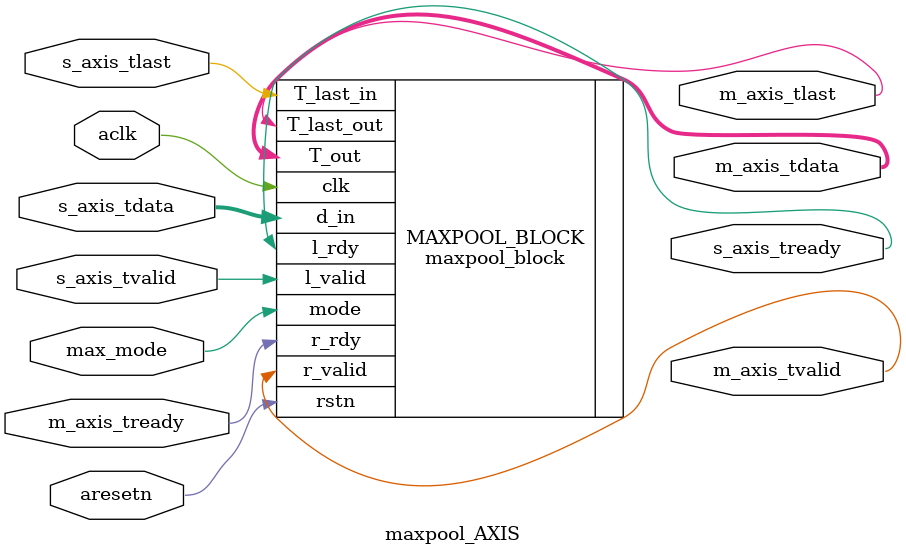
<source format=v>
`timescale 1ns / 1ps

module maxpool_AXIS(
    aclk,
    aresetn,
    m_axis_tready,
    s_axis_tvalid,
    s_axis_tlast,
    max_mode,
    s_axis_tdata,

    m_axis_tvalid,
    s_axis_tready,
    m_axis_tdata,
    m_axis_tlast
    );

    // Parameters
    parameter DATA_WIDTH   = 16;
    parameter CONV_UNITS   = 8;
    parameter CONV_CORES   = 1;


    // IO definition
    input                               aresetn;     
    input                               aclk;      
    input                               max_mode;   // 0: note maxpool ; 1: maxpool  
    input                               m_axis_tready;    
    input                               s_axis_tvalid;   
    input                               s_axis_tlast; 
    input [(DATA_WIDTH*CONV_CORES)-1:0] s_axis_tdata; 
    
    
    output                             m_axis_tvalid;
    output                             s_axis_tready;
    output                             m_axis_tlast;
    output [DATA_WIDTH*CONV_CORES-1:0] m_axis_tdata;




    // DUT instantiation


    maxpool_block #(
        .DATA_WIDTH(DATA_WIDTH),
        .CONV_UNITS(CONV_UNITS),
        .CONV_CORES(CONV_CORES)
    )MAXPOOL_BLOCK(
        .clk(aclk),
        .rstn(aresetn),
        .r_rdy(m_axis_tready),
        .l_valid(s_axis_tvalid),
        .T_last_in(s_axis_tlast),
        .mode(max_mode),
        .d_in(s_axis_tdata),
        .r_valid(m_axis_tvalid),
        .l_rdy(s_axis_tready),
        .T_out(m_axis_tdata),
        .T_last_out(m_axis_tlast)
    );


endmodule
</source>
